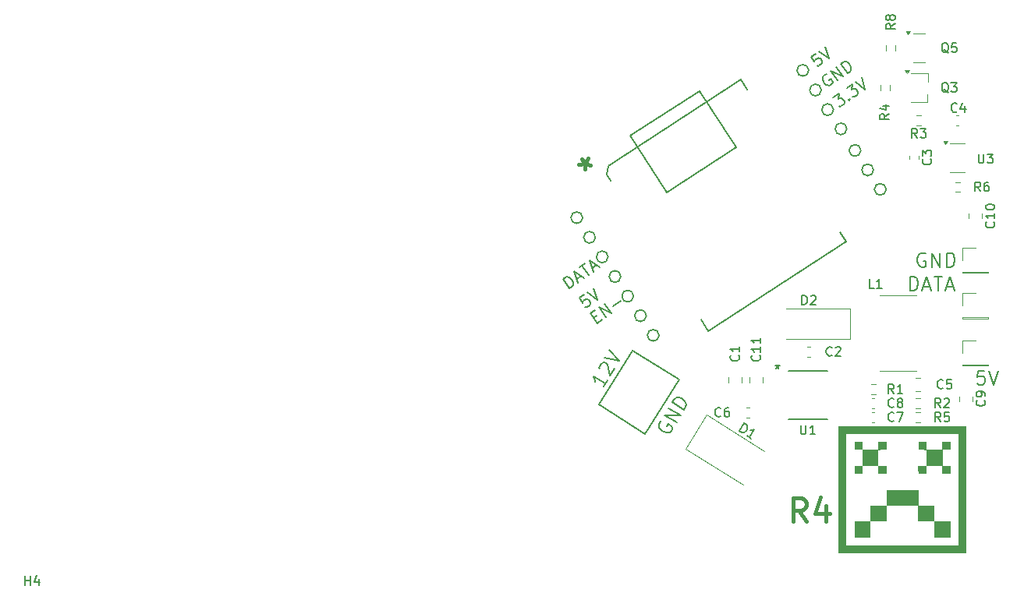
<source format=gbr>
%TF.GenerationSoftware,KiCad,Pcbnew,9.0.3*%
%TF.CreationDate,2025-08-06T11:21:27-04:00*%
%TF.ProjectId,rv_light,72765f6c-6967-4687-942e-6b696361645f,rev?*%
%TF.SameCoordinates,Original*%
%TF.FileFunction,Legend,Top*%
%TF.FilePolarity,Positive*%
%FSLAX46Y46*%
G04 Gerber Fmt 4.6, Leading zero omitted, Abs format (unit mm)*
G04 Created by KiCad (PCBNEW 9.0.3) date 2025-08-06 11:21:27*
%MOMM*%
%LPD*%
G01*
G04 APERTURE LIST*
%ADD10C,0.381000*%
%ADD11C,0.203200*%
%ADD12C,0.150000*%
%ADD13C,0.120000*%
%ADD14C,0.127000*%
%ADD15C,0.152400*%
%ADD16C,0.000000*%
G04 APERTURE END LIST*
D10*
X37041666Y2654759D02*
X36194999Y3864283D01*
X35590237Y2654759D02*
X35590237Y5194759D01*
X35590237Y5194759D02*
X36557856Y5194759D01*
X36557856Y5194759D02*
X36799761Y5073807D01*
X36799761Y5073807D02*
X36920714Y4952854D01*
X36920714Y4952854D02*
X37041666Y4710950D01*
X37041666Y4710950D02*
X37041666Y4348092D01*
X37041666Y4348092D02*
X36920714Y4106188D01*
X36920714Y4106188D02*
X36799761Y3985235D01*
X36799761Y3985235D02*
X36557856Y3864283D01*
X36557856Y3864283D02*
X35590237Y3864283D01*
X39218809Y4348092D02*
X39218809Y2654759D01*
X38614047Y5315712D02*
X38009285Y3501426D01*
X38009285Y3501426D02*
X39581666Y3501426D01*
D11*
X38097883Y53488699D02*
X37602491Y53141822D01*
X37602491Y53141822D02*
X37899829Y52611742D01*
X37899829Y52611742D02*
X37914681Y52695969D01*
X37914681Y52695969D02*
X37979071Y52814884D01*
X37979071Y52814884D02*
X38226767Y52988322D01*
X38226767Y52988322D02*
X38360533Y53008159D01*
X38360533Y53008159D02*
X38444760Y52993307D01*
X38444760Y52993307D02*
X38563675Y52928916D01*
X38563675Y52928916D02*
X38737113Y52681220D01*
X38737113Y52681220D02*
X38756950Y52547454D01*
X38756950Y52547454D02*
X38742098Y52463227D01*
X38742098Y52463227D02*
X38677708Y52344313D01*
X38677708Y52344313D02*
X38430012Y52170874D01*
X38430012Y52170874D02*
X38296245Y52151038D01*
X38296245Y52151038D02*
X38212019Y52165889D01*
X38444658Y53731513D02*
X39519874Y52934004D01*
X39519874Y52934004D02*
X39138206Y54217141D01*
X39941813Y48703646D02*
X40585822Y49154587D01*
X40585822Y49154587D02*
X40516550Y48515459D01*
X40516550Y48515459D02*
X40665167Y48619522D01*
X40665167Y48619522D02*
X40798933Y48639359D01*
X40798933Y48639359D02*
X40883160Y48624507D01*
X40883160Y48624507D02*
X41002075Y48560116D01*
X41002075Y48560116D02*
X41175513Y48312420D01*
X41175513Y48312420D02*
X41195350Y48178654D01*
X41195350Y48178654D02*
X41180498Y48094427D01*
X41180498Y48094427D02*
X41116108Y47975513D01*
X41116108Y47975513D02*
X40818872Y47767386D01*
X40818872Y47767386D02*
X40685106Y47747550D01*
X40685106Y47747550D02*
X40600879Y47762402D01*
X41690742Y48525532D02*
X41774969Y48510680D01*
X41774969Y48510680D02*
X41760117Y48426453D01*
X41760117Y48426453D02*
X41675890Y48441305D01*
X41675890Y48441305D02*
X41690742Y48525532D01*
X41690742Y48525532D02*
X41760117Y48426453D01*
X41427989Y49744278D02*
X42071998Y50195218D01*
X42071998Y50195218D02*
X42002726Y49556091D01*
X42002726Y49556091D02*
X42151343Y49660154D01*
X42151343Y49660154D02*
X42285109Y49679990D01*
X42285109Y49679990D02*
X42369336Y49665139D01*
X42369336Y49665139D02*
X42488251Y49600748D01*
X42488251Y49600748D02*
X42661690Y49353052D01*
X42661690Y49353052D02*
X42681526Y49219286D01*
X42681526Y49219286D02*
X42666674Y49135059D01*
X42666674Y49135059D02*
X42602284Y49016145D01*
X42602284Y49016145D02*
X42305048Y48808018D01*
X42305048Y48808018D02*
X42171282Y48788182D01*
X42171282Y48788182D02*
X42087055Y48803033D01*
X42369234Y50403345D02*
X43444450Y49605836D01*
X43444450Y49605836D02*
X43062782Y50888973D01*
X15486157Y18024207D02*
X15037632Y17277737D01*
X15261895Y17650972D02*
X13955572Y18435890D01*
X13955572Y18435890D02*
X14067435Y18199347D01*
X14067435Y18199347D02*
X14117093Y18000181D01*
X14117093Y18000181D02*
X14104544Y17838393D01*
X14603262Y19232018D02*
X14578433Y19331601D01*
X14578433Y19331601D02*
X14590982Y19493390D01*
X14590982Y19493390D02*
X14777867Y19804419D01*
X14777867Y19804419D02*
X14914827Y19891454D01*
X14914827Y19891454D02*
X15014410Y19916283D01*
X15014410Y19916283D02*
X15176198Y19903734D01*
X15176198Y19903734D02*
X15300610Y19828980D01*
X15300610Y19828980D02*
X15449851Y19654643D01*
X15449851Y19654643D02*
X15747796Y18459648D01*
X15747796Y18459648D02*
X16233698Y19268325D01*
X15151638Y20426478D02*
X16719600Y20077001D01*
X16719600Y20077001D02*
X15674916Y21297360D01*
X11356133Y27971499D02*
X10627691Y29011822D01*
X10627691Y29011822D02*
X10875387Y29185260D01*
X10875387Y29185260D02*
X11058692Y29239784D01*
X11058692Y29239784D02*
X11227146Y29210081D01*
X11227146Y29210081D02*
X11346061Y29145691D01*
X11346061Y29145691D02*
X11534351Y28982222D01*
X11534351Y28982222D02*
X11638414Y28833604D01*
X11638414Y28833604D02*
X11727626Y28600760D01*
X11727626Y28600760D02*
X11747462Y28466994D01*
X11747462Y28466994D02*
X11717759Y28298540D01*
X11717759Y28298540D02*
X11603829Y28144937D01*
X11603829Y28144937D02*
X11356133Y27971499D01*
X12138791Y28962488D02*
X12634183Y29309365D01*
X12247839Y28595878D02*
X11866171Y29879015D01*
X11866171Y29879015D02*
X12941387Y29081506D01*
X12411102Y30260579D02*
X13005572Y30676832D01*
X13436779Y29428383D02*
X12708337Y30468706D01*
X13823123Y30141870D02*
X14318515Y30488748D01*
X13932171Y29775260D02*
X13550503Y31058397D01*
X13550503Y31058397D02*
X14625720Y30260888D01*
X21354040Y13564748D02*
X21217080Y13477713D01*
X21217080Y13477713D02*
X21104949Y13291096D01*
X21104949Y13291096D02*
X21055023Y13067101D01*
X21055023Y13067101D02*
X21104681Y12867935D01*
X21104681Y12867935D02*
X21191716Y12730975D01*
X21191716Y12730975D02*
X21403162Y12519261D01*
X21403162Y12519261D02*
X21589780Y12407130D01*
X21589780Y12407130D02*
X21875980Y12319828D01*
X21875980Y12319828D02*
X22037769Y12307280D01*
X22037769Y12307280D02*
X22236935Y12356937D01*
X22236935Y12356937D02*
X22411272Y12506178D01*
X22411272Y12506178D02*
X22486026Y12630590D01*
X22486026Y12630590D02*
X22535951Y12854584D01*
X22535951Y12854584D02*
X22511122Y12954167D01*
X22511122Y12954167D02*
X22075681Y13215806D01*
X22075681Y13215806D02*
X21926173Y12966983D01*
X22971927Y13439266D02*
X21665604Y14224184D01*
X21665604Y14224184D02*
X23420452Y14185736D01*
X23420452Y14185736D02*
X22114129Y14970654D01*
X23794222Y14807794D02*
X22487899Y15592712D01*
X22487899Y15592712D02*
X22674784Y15903741D01*
X22674784Y15903741D02*
X22849121Y16052982D01*
X22849121Y16052982D02*
X23048287Y16102640D01*
X23048287Y16102640D02*
X23210076Y16090091D01*
X23210076Y16090091D02*
X23496276Y16002789D01*
X23496276Y16002789D02*
X23682894Y15890658D01*
X23682894Y15890658D02*
X23894340Y15678944D01*
X23894340Y15678944D02*
X23981375Y15541984D01*
X23981375Y15541984D02*
X24031033Y15342818D01*
X24031033Y15342818D02*
X23981107Y15118823D01*
X23981107Y15118823D02*
X23794222Y14807794D01*
X49982887Y31756964D02*
X49837745Y31829535D01*
X49837745Y31829535D02*
X49620030Y31829535D01*
X49620030Y31829535D02*
X49402316Y31756964D01*
X49402316Y31756964D02*
X49257173Y31611821D01*
X49257173Y31611821D02*
X49184602Y31466678D01*
X49184602Y31466678D02*
X49112030Y31176392D01*
X49112030Y31176392D02*
X49112030Y30958678D01*
X49112030Y30958678D02*
X49184602Y30668392D01*
X49184602Y30668392D02*
X49257173Y30523249D01*
X49257173Y30523249D02*
X49402316Y30378107D01*
X49402316Y30378107D02*
X49620030Y30305535D01*
X49620030Y30305535D02*
X49765173Y30305535D01*
X49765173Y30305535D02*
X49982887Y30378107D01*
X49982887Y30378107D02*
X50055459Y30450678D01*
X50055459Y30450678D02*
X50055459Y30958678D01*
X50055459Y30958678D02*
X49765173Y30958678D01*
X50708602Y30305535D02*
X50708602Y31829535D01*
X50708602Y31829535D02*
X51579459Y30305535D01*
X51579459Y30305535D02*
X51579459Y31829535D01*
X52305173Y30305535D02*
X52305173Y31829535D01*
X52305173Y31829535D02*
X52668030Y31829535D01*
X52668030Y31829535D02*
X52885744Y31756964D01*
X52885744Y31756964D02*
X53030887Y31611821D01*
X53030887Y31611821D02*
X53103458Y31466678D01*
X53103458Y31466678D02*
X53176030Y31176392D01*
X53176030Y31176392D02*
X53176030Y30958678D01*
X53176030Y30958678D02*
X53103458Y30668392D01*
X53103458Y30668392D02*
X53030887Y30523249D01*
X53030887Y30523249D02*
X52885744Y30378107D01*
X52885744Y30378107D02*
X52668030Y30305535D01*
X52668030Y30305535D02*
X52305173Y30305535D01*
X48331458Y27753535D02*
X48331458Y29277535D01*
X48331458Y29277535D02*
X48694315Y29277535D01*
X48694315Y29277535D02*
X48912029Y29204964D01*
X48912029Y29204964D02*
X49057172Y29059821D01*
X49057172Y29059821D02*
X49129743Y28914678D01*
X49129743Y28914678D02*
X49202315Y28624392D01*
X49202315Y28624392D02*
X49202315Y28406678D01*
X49202315Y28406678D02*
X49129743Y28116392D01*
X49129743Y28116392D02*
X49057172Y27971249D01*
X49057172Y27971249D02*
X48912029Y27826107D01*
X48912029Y27826107D02*
X48694315Y27753535D01*
X48694315Y27753535D02*
X48331458Y27753535D01*
X49782886Y28188964D02*
X50508601Y28188964D01*
X49637743Y27753535D02*
X50145743Y29277535D01*
X50145743Y29277535D02*
X50653743Y27753535D01*
X50944029Y29277535D02*
X51814887Y29277535D01*
X51379458Y27753535D02*
X51379458Y29277535D01*
X52250315Y28188964D02*
X52976030Y28188964D01*
X52105172Y27753535D02*
X52613172Y29277535D01*
X52613172Y29277535D02*
X53121172Y27753535D01*
X56397172Y19029535D02*
X55671458Y19029535D01*
X55671458Y19029535D02*
X55598886Y18303821D01*
X55598886Y18303821D02*
X55671458Y18376392D01*
X55671458Y18376392D02*
X55816601Y18448964D01*
X55816601Y18448964D02*
X56179458Y18448964D01*
X56179458Y18448964D02*
X56324601Y18376392D01*
X56324601Y18376392D02*
X56397172Y18303821D01*
X56397172Y18303821D02*
X56469743Y18158678D01*
X56469743Y18158678D02*
X56469743Y17795821D01*
X56469743Y17795821D02*
X56397172Y17650678D01*
X56397172Y17650678D02*
X56324601Y17578107D01*
X56324601Y17578107D02*
X56179458Y17505535D01*
X56179458Y17505535D02*
X55816601Y17505535D01*
X55816601Y17505535D02*
X55671458Y17578107D01*
X55671458Y17578107D02*
X55598886Y17650678D01*
X56905172Y19029535D02*
X57413172Y17505535D01*
X57413172Y17505535D02*
X57921172Y19029535D01*
X39248910Y51238648D02*
X39115144Y51218811D01*
X39115144Y51218811D02*
X38966526Y51114748D01*
X38966526Y51114748D02*
X38852596Y50961146D01*
X38852596Y50961146D02*
X38822893Y50792692D01*
X38822893Y50792692D02*
X38842730Y50658926D01*
X38842730Y50658926D02*
X38931941Y50426081D01*
X38931941Y50426081D02*
X39036005Y50277464D01*
X39036005Y50277464D02*
X39224295Y50113995D01*
X39224295Y50113995D02*
X39343209Y50049604D01*
X39343209Y50049604D02*
X39511663Y50019901D01*
X39511663Y50019901D02*
X39694968Y50074425D01*
X39694968Y50074425D02*
X39794047Y50143801D01*
X39794047Y50143801D02*
X39907977Y50297403D01*
X39907977Y50297403D02*
X39922828Y50381630D01*
X39922828Y50381630D02*
X39680014Y50728404D01*
X39680014Y50728404D02*
X39481857Y50589653D01*
X40438056Y50594741D02*
X39709614Y51635064D01*
X39709614Y51635064D02*
X41032527Y51010993D01*
X41032527Y51010993D02*
X40304085Y52051317D01*
X41527918Y51357871D02*
X40799476Y52398194D01*
X40799476Y52398194D02*
X41047172Y52571632D01*
X41047172Y52571632D02*
X41230478Y52626156D01*
X41230478Y52626156D02*
X41398931Y52596453D01*
X41398931Y52596453D02*
X41517846Y52532063D01*
X41517846Y52532063D02*
X41706136Y52368593D01*
X41706136Y52368593D02*
X41810199Y52219976D01*
X41810199Y52219976D02*
X41899411Y51987131D01*
X41899411Y51987131D02*
X41919247Y51853365D01*
X41919247Y51853365D02*
X41889544Y51684911D01*
X41889544Y51684911D02*
X41775614Y51531309D01*
X41775614Y51531309D02*
X41527918Y51357871D01*
X12949708Y27275130D02*
X12454316Y26928253D01*
X12454316Y26928253D02*
X12751654Y26398173D01*
X12751654Y26398173D02*
X12766506Y26482400D01*
X12766506Y26482400D02*
X12830896Y26601315D01*
X12830896Y26601315D02*
X13078592Y26774753D01*
X13078592Y26774753D02*
X13212358Y26794590D01*
X13212358Y26794590D02*
X13296585Y26779738D01*
X13296585Y26779738D02*
X13415500Y26715347D01*
X13415500Y26715347D02*
X13588938Y26467651D01*
X13588938Y26467651D02*
X13608775Y26333885D01*
X13608775Y26333885D02*
X13593923Y26249658D01*
X13593923Y26249658D02*
X13529533Y26130744D01*
X13529533Y26130744D02*
X13281837Y25957305D01*
X13281837Y25957305D02*
X13148070Y25937469D01*
X13148070Y25937469D02*
X13063844Y25952320D01*
X13296483Y27517944D02*
X14371699Y26720435D01*
X14371699Y26720435D02*
X13990031Y28003572D01*
X13973944Y24757999D02*
X14320719Y25000813D01*
X14850901Y24559945D02*
X14355509Y24213068D01*
X14355509Y24213068D02*
X13627067Y25253391D01*
X13627067Y25253391D02*
X14122459Y25600268D01*
X15296754Y24872135D02*
X14568312Y25912458D01*
X14568312Y25912458D02*
X15891225Y25288387D01*
X15891225Y25288387D02*
X15162782Y26328710D01*
X16109115Y26031578D02*
X16901742Y26586581D01*
D12*
X55753095Y42582180D02*
X55753095Y41772657D01*
X55753095Y41772657D02*
X55800714Y41677419D01*
X55800714Y41677419D02*
X55848333Y41629800D01*
X55848333Y41629800D02*
X55943571Y41582180D01*
X55943571Y41582180D02*
X56134047Y41582180D01*
X56134047Y41582180D02*
X56229285Y41629800D01*
X56229285Y41629800D02*
X56276904Y41677419D01*
X56276904Y41677419D02*
X56324523Y41772657D01*
X56324523Y41772657D02*
X56324523Y42582180D01*
X56705476Y42582180D02*
X57324523Y42582180D01*
X57324523Y42582180D02*
X56991190Y42201228D01*
X56991190Y42201228D02*
X57134047Y42201228D01*
X57134047Y42201228D02*
X57229285Y42153609D01*
X57229285Y42153609D02*
X57276904Y42105990D01*
X57276904Y42105990D02*
X57324523Y42010752D01*
X57324523Y42010752D02*
X57324523Y41772657D01*
X57324523Y41772657D02*
X57276904Y41677419D01*
X57276904Y41677419D02*
X57229285Y41629800D01*
X57229285Y41629800D02*
X57134047Y41582180D01*
X57134047Y41582180D02*
X56848333Y41582180D01*
X56848333Y41582180D02*
X56753095Y41629800D01*
X56753095Y41629800D02*
X56705476Y41677419D01*
X52482761Y53551942D02*
X52387523Y53599561D01*
X52387523Y53599561D02*
X52292285Y53694800D01*
X52292285Y53694800D02*
X52149428Y53837657D01*
X52149428Y53837657D02*
X52054190Y53885276D01*
X52054190Y53885276D02*
X51958952Y53885276D01*
X52006571Y53647180D02*
X51911333Y53694800D01*
X51911333Y53694800D02*
X51816095Y53790038D01*
X51816095Y53790038D02*
X51768476Y53980514D01*
X51768476Y53980514D02*
X51768476Y54313847D01*
X51768476Y54313847D02*
X51816095Y54504323D01*
X51816095Y54504323D02*
X51911333Y54599561D01*
X51911333Y54599561D02*
X52006571Y54647180D01*
X52006571Y54647180D02*
X52197047Y54647180D01*
X52197047Y54647180D02*
X52292285Y54599561D01*
X52292285Y54599561D02*
X52387523Y54504323D01*
X52387523Y54504323D02*
X52435142Y54313847D01*
X52435142Y54313847D02*
X52435142Y53980514D01*
X52435142Y53980514D02*
X52387523Y53790038D01*
X52387523Y53790038D02*
X52292285Y53694800D01*
X52292285Y53694800D02*
X52197047Y53647180D01*
X52197047Y53647180D02*
X52006571Y53647180D01*
X53339904Y54647180D02*
X52863714Y54647180D01*
X52863714Y54647180D02*
X52816095Y54170990D01*
X52816095Y54170990D02*
X52863714Y54218609D01*
X52863714Y54218609D02*
X52958952Y54266228D01*
X52958952Y54266228D02*
X53197047Y54266228D01*
X53197047Y54266228D02*
X53292285Y54218609D01*
X53292285Y54218609D02*
X53339904Y54170990D01*
X53339904Y54170990D02*
X53387523Y54075752D01*
X53387523Y54075752D02*
X53387523Y53837657D01*
X53387523Y53837657D02*
X53339904Y53742419D01*
X53339904Y53742419D02*
X53292285Y53694800D01*
X53292285Y53694800D02*
X53197047Y53647180D01*
X53197047Y53647180D02*
X52958952Y53647180D01*
X52958952Y53647180D02*
X52863714Y53694800D01*
X52863714Y53694800D02*
X52816095Y53742419D01*
X53394333Y47204419D02*
X53346714Y47156800D01*
X53346714Y47156800D02*
X53203857Y47109180D01*
X53203857Y47109180D02*
X53108619Y47109180D01*
X53108619Y47109180D02*
X52965762Y47156800D01*
X52965762Y47156800D02*
X52870524Y47252038D01*
X52870524Y47252038D02*
X52822905Y47347276D01*
X52822905Y47347276D02*
X52775286Y47537752D01*
X52775286Y47537752D02*
X52775286Y47680609D01*
X52775286Y47680609D02*
X52822905Y47871085D01*
X52822905Y47871085D02*
X52870524Y47966323D01*
X52870524Y47966323D02*
X52965762Y48061561D01*
X52965762Y48061561D02*
X53108619Y48109180D01*
X53108619Y48109180D02*
X53203857Y48109180D01*
X53203857Y48109180D02*
X53346714Y48061561D01*
X53346714Y48061561D02*
X53394333Y48013942D01*
X54251476Y47775847D02*
X54251476Y47109180D01*
X54013381Y48156800D02*
X53775286Y47442514D01*
X53775286Y47442514D02*
X54394333Y47442514D01*
X31982580Y20693142D02*
X32030200Y20645523D01*
X32030200Y20645523D02*
X32077819Y20502666D01*
X32077819Y20502666D02*
X32077819Y20407428D01*
X32077819Y20407428D02*
X32030200Y20264571D01*
X32030200Y20264571D02*
X31934961Y20169333D01*
X31934961Y20169333D02*
X31839723Y20121714D01*
X31839723Y20121714D02*
X31649247Y20074095D01*
X31649247Y20074095D02*
X31506390Y20074095D01*
X31506390Y20074095D02*
X31315914Y20121714D01*
X31315914Y20121714D02*
X31220676Y20169333D01*
X31220676Y20169333D02*
X31125438Y20264571D01*
X31125438Y20264571D02*
X31077819Y20407428D01*
X31077819Y20407428D02*
X31077819Y20502666D01*
X31077819Y20502666D02*
X31125438Y20645523D01*
X31125438Y20645523D02*
X31173057Y20693142D01*
X32077819Y21645523D02*
X32077819Y21074095D01*
X32077819Y21359809D02*
X31077819Y21359809D01*
X31077819Y21359809D02*
X31220676Y21264571D01*
X31220676Y21264571D02*
X31315914Y21169333D01*
X31315914Y21169333D02*
X31363533Y21074095D01*
X32077819Y22597904D02*
X32077819Y22026476D01*
X32077819Y22312190D02*
X31077819Y22312190D01*
X31077819Y22312190D02*
X31220676Y22216952D01*
X31220676Y22216952D02*
X31315914Y22121714D01*
X31315914Y22121714D02*
X31363533Y22026476D01*
X46682819Y56729333D02*
X46206628Y56396000D01*
X46682819Y56157905D02*
X45682819Y56157905D01*
X45682819Y56157905D02*
X45682819Y56538857D01*
X45682819Y56538857D02*
X45730438Y56634095D01*
X45730438Y56634095D02*
X45778057Y56681714D01*
X45778057Y56681714D02*
X45873295Y56729333D01*
X45873295Y56729333D02*
X46016152Y56729333D01*
X46016152Y56729333D02*
X46111390Y56681714D01*
X46111390Y56681714D02*
X46159009Y56634095D01*
X46159009Y56634095D02*
X46206628Y56538857D01*
X46206628Y56538857D02*
X46206628Y56157905D01*
X46111390Y57300762D02*
X46063771Y57205524D01*
X46063771Y57205524D02*
X46016152Y57157905D01*
X46016152Y57157905D02*
X45920914Y57110286D01*
X45920914Y57110286D02*
X45873295Y57110286D01*
X45873295Y57110286D02*
X45778057Y57157905D01*
X45778057Y57157905D02*
X45730438Y57205524D01*
X45730438Y57205524D02*
X45682819Y57300762D01*
X45682819Y57300762D02*
X45682819Y57491238D01*
X45682819Y57491238D02*
X45730438Y57586476D01*
X45730438Y57586476D02*
X45778057Y57634095D01*
X45778057Y57634095D02*
X45873295Y57681714D01*
X45873295Y57681714D02*
X45920914Y57681714D01*
X45920914Y57681714D02*
X46016152Y57634095D01*
X46016152Y57634095D02*
X46063771Y57586476D01*
X46063771Y57586476D02*
X46111390Y57491238D01*
X46111390Y57491238D02*
X46111390Y57300762D01*
X46111390Y57300762D02*
X46159009Y57205524D01*
X46159009Y57205524D02*
X46206628Y57157905D01*
X46206628Y57157905D02*
X46301866Y57110286D01*
X46301866Y57110286D02*
X46492342Y57110286D01*
X46492342Y57110286D02*
X46587580Y57157905D01*
X46587580Y57157905D02*
X46635200Y57205524D01*
X46635200Y57205524D02*
X46682819Y57300762D01*
X46682819Y57300762D02*
X46682819Y57491238D01*
X46682819Y57491238D02*
X46635200Y57586476D01*
X46635200Y57586476D02*
X46587580Y57634095D01*
X46587580Y57634095D02*
X46492342Y57681714D01*
X46492342Y57681714D02*
X46301866Y57681714D01*
X46301866Y57681714D02*
X46206628Y57634095D01*
X46206628Y57634095D02*
X46159009Y57586476D01*
X46159009Y57586476D02*
X46111390Y57491238D01*
X27773333Y14118419D02*
X27725714Y14070800D01*
X27725714Y14070800D02*
X27582857Y14023180D01*
X27582857Y14023180D02*
X27487619Y14023180D01*
X27487619Y14023180D02*
X27344762Y14070800D01*
X27344762Y14070800D02*
X27249524Y14166038D01*
X27249524Y14166038D02*
X27201905Y14261276D01*
X27201905Y14261276D02*
X27154286Y14451752D01*
X27154286Y14451752D02*
X27154286Y14594609D01*
X27154286Y14594609D02*
X27201905Y14785085D01*
X27201905Y14785085D02*
X27249524Y14880323D01*
X27249524Y14880323D02*
X27344762Y14975561D01*
X27344762Y14975561D02*
X27487619Y15023180D01*
X27487619Y15023180D02*
X27582857Y15023180D01*
X27582857Y15023180D02*
X27725714Y14975561D01*
X27725714Y14975561D02*
X27773333Y14927942D01*
X28630476Y15023180D02*
X28440000Y15023180D01*
X28440000Y15023180D02*
X28344762Y14975561D01*
X28344762Y14975561D02*
X28297143Y14927942D01*
X28297143Y14927942D02*
X28201905Y14785085D01*
X28201905Y14785085D02*
X28154286Y14594609D01*
X28154286Y14594609D02*
X28154286Y14213657D01*
X28154286Y14213657D02*
X28201905Y14118419D01*
X28201905Y14118419D02*
X28249524Y14070800D01*
X28249524Y14070800D02*
X28344762Y14023180D01*
X28344762Y14023180D02*
X28535238Y14023180D01*
X28535238Y14023180D02*
X28630476Y14070800D01*
X28630476Y14070800D02*
X28678095Y14118419D01*
X28678095Y14118419D02*
X28725714Y14213657D01*
X28725714Y14213657D02*
X28725714Y14451752D01*
X28725714Y14451752D02*
X28678095Y14546990D01*
X28678095Y14546990D02*
X28630476Y14594609D01*
X28630476Y14594609D02*
X28535238Y14642228D01*
X28535238Y14642228D02*
X28344762Y14642228D01*
X28344762Y14642228D02*
X28249524Y14594609D01*
X28249524Y14594609D02*
X28201905Y14546990D01*
X28201905Y14546990D02*
X28154286Y14451752D01*
X51903333Y17166419D02*
X51855714Y17118800D01*
X51855714Y17118800D02*
X51712857Y17071180D01*
X51712857Y17071180D02*
X51617619Y17071180D01*
X51617619Y17071180D02*
X51474762Y17118800D01*
X51474762Y17118800D02*
X51379524Y17214038D01*
X51379524Y17214038D02*
X51331905Y17309276D01*
X51331905Y17309276D02*
X51284286Y17499752D01*
X51284286Y17499752D02*
X51284286Y17642609D01*
X51284286Y17642609D02*
X51331905Y17833085D01*
X51331905Y17833085D02*
X51379524Y17928323D01*
X51379524Y17928323D02*
X51474762Y18023561D01*
X51474762Y18023561D02*
X51617619Y18071180D01*
X51617619Y18071180D02*
X51712857Y18071180D01*
X51712857Y18071180D02*
X51855714Y18023561D01*
X51855714Y18023561D02*
X51903333Y17975942D01*
X52808095Y18071180D02*
X52331905Y18071180D01*
X52331905Y18071180D02*
X52284286Y17594990D01*
X52284286Y17594990D02*
X52331905Y17642609D01*
X52331905Y17642609D02*
X52427143Y17690228D01*
X52427143Y17690228D02*
X52665238Y17690228D01*
X52665238Y17690228D02*
X52760476Y17642609D01*
X52760476Y17642609D02*
X52808095Y17594990D01*
X52808095Y17594990D02*
X52855714Y17499752D01*
X52855714Y17499752D02*
X52855714Y17261657D01*
X52855714Y17261657D02*
X52808095Y17166419D01*
X52808095Y17166419D02*
X52760476Y17118800D01*
X52760476Y17118800D02*
X52665238Y17071180D01*
X52665238Y17071180D02*
X52427143Y17071180D01*
X52427143Y17071180D02*
X52331905Y17118800D01*
X52331905Y17118800D02*
X52284286Y17166419D01*
X46569333Y13610419D02*
X46521714Y13562800D01*
X46521714Y13562800D02*
X46378857Y13515180D01*
X46378857Y13515180D02*
X46283619Y13515180D01*
X46283619Y13515180D02*
X46140762Y13562800D01*
X46140762Y13562800D02*
X46045524Y13658038D01*
X46045524Y13658038D02*
X45997905Y13753276D01*
X45997905Y13753276D02*
X45950286Y13943752D01*
X45950286Y13943752D02*
X45950286Y14086609D01*
X45950286Y14086609D02*
X45997905Y14277085D01*
X45997905Y14277085D02*
X46045524Y14372323D01*
X46045524Y14372323D02*
X46140762Y14467561D01*
X46140762Y14467561D02*
X46283619Y14515180D01*
X46283619Y14515180D02*
X46378857Y14515180D01*
X46378857Y14515180D02*
X46521714Y14467561D01*
X46521714Y14467561D02*
X46569333Y14419942D01*
X46902667Y14515180D02*
X47569333Y14515180D01*
X47569333Y14515180D02*
X47140762Y13515180D01*
X55967333Y38534180D02*
X55634000Y39010371D01*
X55395905Y38534180D02*
X55395905Y39534180D01*
X55395905Y39534180D02*
X55776857Y39534180D01*
X55776857Y39534180D02*
X55872095Y39486561D01*
X55872095Y39486561D02*
X55919714Y39438942D01*
X55919714Y39438942D02*
X55967333Y39343704D01*
X55967333Y39343704D02*
X55967333Y39200847D01*
X55967333Y39200847D02*
X55919714Y39105609D01*
X55919714Y39105609D02*
X55872095Y39057990D01*
X55872095Y39057990D02*
X55776857Y39010371D01*
X55776857Y39010371D02*
X55395905Y39010371D01*
X56824476Y39534180D02*
X56634000Y39534180D01*
X56634000Y39534180D02*
X56538762Y39486561D01*
X56538762Y39486561D02*
X56491143Y39438942D01*
X56491143Y39438942D02*
X56395905Y39296085D01*
X56395905Y39296085D02*
X56348286Y39105609D01*
X56348286Y39105609D02*
X56348286Y38724657D01*
X56348286Y38724657D02*
X56395905Y38629419D01*
X56395905Y38629419D02*
X56443524Y38581800D01*
X56443524Y38581800D02*
X56538762Y38534180D01*
X56538762Y38534180D02*
X56729238Y38534180D01*
X56729238Y38534180D02*
X56824476Y38581800D01*
X56824476Y38581800D02*
X56872095Y38629419D01*
X56872095Y38629419D02*
X56919714Y38724657D01*
X56919714Y38724657D02*
X56919714Y38962752D01*
X56919714Y38962752D02*
X56872095Y39057990D01*
X56872095Y39057990D02*
X56824476Y39105609D01*
X56824476Y39105609D02*
X56729238Y39153228D01*
X56729238Y39153228D02*
X56538762Y39153228D01*
X56538762Y39153228D02*
X56443524Y39105609D01*
X56443524Y39105609D02*
X56395905Y39057990D01*
X56395905Y39057990D02*
X56348286Y38962752D01*
X51649333Y15039180D02*
X51316000Y15515371D01*
X51077905Y15039180D02*
X51077905Y16039180D01*
X51077905Y16039180D02*
X51458857Y16039180D01*
X51458857Y16039180D02*
X51554095Y15991561D01*
X51554095Y15991561D02*
X51601714Y15943942D01*
X51601714Y15943942D02*
X51649333Y15848704D01*
X51649333Y15848704D02*
X51649333Y15705847D01*
X51649333Y15705847D02*
X51601714Y15610609D01*
X51601714Y15610609D02*
X51554095Y15562990D01*
X51554095Y15562990D02*
X51458857Y15515371D01*
X51458857Y15515371D02*
X51077905Y15515371D01*
X52030286Y15943942D02*
X52077905Y15991561D01*
X52077905Y15991561D02*
X52173143Y16039180D01*
X52173143Y16039180D02*
X52411238Y16039180D01*
X52411238Y16039180D02*
X52506476Y15991561D01*
X52506476Y15991561D02*
X52554095Y15943942D01*
X52554095Y15943942D02*
X52601714Y15848704D01*
X52601714Y15848704D02*
X52601714Y15753466D01*
X52601714Y15753466D02*
X52554095Y15610609D01*
X52554095Y15610609D02*
X51982667Y15039180D01*
X51982667Y15039180D02*
X52601714Y15039180D01*
X36449095Y13118180D02*
X36449095Y12308657D01*
X36449095Y12308657D02*
X36496714Y12213419D01*
X36496714Y12213419D02*
X36544333Y12165800D01*
X36544333Y12165800D02*
X36639571Y12118180D01*
X36639571Y12118180D02*
X36830047Y12118180D01*
X36830047Y12118180D02*
X36925285Y12165800D01*
X36925285Y12165800D02*
X36972904Y12213419D01*
X36972904Y12213419D02*
X37020523Y12308657D01*
X37020523Y12308657D02*
X37020523Y13118180D01*
X38020523Y12118180D02*
X37449095Y12118180D01*
X37734809Y12118180D02*
X37734809Y13118180D01*
X37734809Y13118180D02*
X37639571Y12975323D01*
X37639571Y12975323D02*
X37544333Y12880085D01*
X37544333Y12880085D02*
X37449095Y12832466D01*
X33909000Y19722180D02*
X33909000Y19484085D01*
X33670905Y19579323D02*
X33909000Y19484085D01*
X33909000Y19484085D02*
X34147095Y19579323D01*
X33766143Y19293609D02*
X33909000Y19484085D01*
X33909000Y19484085D02*
X34051857Y19293609D01*
X-47755802Y-4256046D02*
X-47755802Y-3256046D01*
X-47755802Y-3732236D02*
X-47184374Y-3732236D01*
X-47184374Y-4256046D02*
X-47184374Y-3256046D01*
X-46279612Y-3589379D02*
X-46279612Y-4256046D01*
X-46517707Y-3208427D02*
X-46755802Y-3922712D01*
X-46755802Y-3922712D02*
X-46136755Y-3922712D01*
X57411580Y35192642D02*
X57459200Y35145023D01*
X57459200Y35145023D02*
X57506819Y35002166D01*
X57506819Y35002166D02*
X57506819Y34906928D01*
X57506819Y34906928D02*
X57459200Y34764071D01*
X57459200Y34764071D02*
X57363961Y34668833D01*
X57363961Y34668833D02*
X57268723Y34621214D01*
X57268723Y34621214D02*
X57078247Y34573595D01*
X57078247Y34573595D02*
X56935390Y34573595D01*
X56935390Y34573595D02*
X56744914Y34621214D01*
X56744914Y34621214D02*
X56649676Y34668833D01*
X56649676Y34668833D02*
X56554438Y34764071D01*
X56554438Y34764071D02*
X56506819Y34906928D01*
X56506819Y34906928D02*
X56506819Y35002166D01*
X56506819Y35002166D02*
X56554438Y35145023D01*
X56554438Y35145023D02*
X56602057Y35192642D01*
X57506819Y36145023D02*
X57506819Y35573595D01*
X57506819Y35859309D02*
X56506819Y35859309D01*
X56506819Y35859309D02*
X56649676Y35764071D01*
X56649676Y35764071D02*
X56744914Y35668833D01*
X56744914Y35668833D02*
X56792533Y35573595D01*
X56506819Y36764071D02*
X56506819Y36859309D01*
X56506819Y36859309D02*
X56554438Y36954547D01*
X56554438Y36954547D02*
X56602057Y37002166D01*
X56602057Y37002166D02*
X56697295Y37049785D01*
X56697295Y37049785D02*
X56887771Y37097404D01*
X56887771Y37097404D02*
X57125866Y37097404D01*
X57125866Y37097404D02*
X57316342Y37049785D01*
X57316342Y37049785D02*
X57411580Y37002166D01*
X57411580Y37002166D02*
X57459200Y36954547D01*
X57459200Y36954547D02*
X57506819Y36859309D01*
X57506819Y36859309D02*
X57506819Y36764071D01*
X57506819Y36764071D02*
X57459200Y36668833D01*
X57459200Y36668833D02*
X57411580Y36621214D01*
X57411580Y36621214D02*
X57316342Y36573595D01*
X57316342Y36573595D02*
X57125866Y36525976D01*
X57125866Y36525976D02*
X56887771Y36525976D01*
X56887771Y36525976D02*
X56697295Y36573595D01*
X56697295Y36573595D02*
X56602057Y36621214D01*
X56602057Y36621214D02*
X56554438Y36668833D01*
X56554438Y36668833D02*
X56506819Y36764071D01*
X49109333Y44343180D02*
X48776000Y44819371D01*
X48537905Y44343180D02*
X48537905Y45343180D01*
X48537905Y45343180D02*
X48918857Y45343180D01*
X48918857Y45343180D02*
X49014095Y45295561D01*
X49014095Y45295561D02*
X49061714Y45247942D01*
X49061714Y45247942D02*
X49109333Y45152704D01*
X49109333Y45152704D02*
X49109333Y45009847D01*
X49109333Y45009847D02*
X49061714Y44914609D01*
X49061714Y44914609D02*
X49014095Y44866990D01*
X49014095Y44866990D02*
X48918857Y44819371D01*
X48918857Y44819371D02*
X48537905Y44819371D01*
X49442667Y45343180D02*
X50061714Y45343180D01*
X50061714Y45343180D02*
X49728381Y44962228D01*
X49728381Y44962228D02*
X49871238Y44962228D01*
X49871238Y44962228D02*
X49966476Y44914609D01*
X49966476Y44914609D02*
X50014095Y44866990D01*
X50014095Y44866990D02*
X50061714Y44771752D01*
X50061714Y44771752D02*
X50061714Y44533657D01*
X50061714Y44533657D02*
X50014095Y44438419D01*
X50014095Y44438419D02*
X49966476Y44390800D01*
X49966476Y44390800D02*
X49871238Y44343180D01*
X49871238Y44343180D02*
X49585524Y44343180D01*
X49585524Y44343180D02*
X49490286Y44390800D01*
X49490286Y44390800D02*
X49442667Y44438419D01*
X46569333Y16563180D02*
X46236000Y17039371D01*
X45997905Y16563180D02*
X45997905Y17563180D01*
X45997905Y17563180D02*
X46378857Y17563180D01*
X46378857Y17563180D02*
X46474095Y17515561D01*
X46474095Y17515561D02*
X46521714Y17467942D01*
X46521714Y17467942D02*
X46569333Y17372704D01*
X46569333Y17372704D02*
X46569333Y17229847D01*
X46569333Y17229847D02*
X46521714Y17134609D01*
X46521714Y17134609D02*
X46474095Y17086990D01*
X46474095Y17086990D02*
X46378857Y17039371D01*
X46378857Y17039371D02*
X45997905Y17039371D01*
X47521714Y16563180D02*
X46950286Y16563180D01*
X47236000Y16563180D02*
X47236000Y17563180D01*
X47236000Y17563180D02*
X47140762Y17420323D01*
X47140762Y17420323D02*
X47045524Y17325085D01*
X47045524Y17325085D02*
X46950286Y17277466D01*
X29696580Y20711733D02*
X29744200Y20664114D01*
X29744200Y20664114D02*
X29791819Y20521257D01*
X29791819Y20521257D02*
X29791819Y20426019D01*
X29791819Y20426019D02*
X29744200Y20283162D01*
X29744200Y20283162D02*
X29648961Y20187924D01*
X29648961Y20187924D02*
X29553723Y20140305D01*
X29553723Y20140305D02*
X29363247Y20092686D01*
X29363247Y20092686D02*
X29220390Y20092686D01*
X29220390Y20092686D02*
X29029914Y20140305D01*
X29029914Y20140305D02*
X28934676Y20187924D01*
X28934676Y20187924D02*
X28839438Y20283162D01*
X28839438Y20283162D02*
X28791819Y20426019D01*
X28791819Y20426019D02*
X28791819Y20521257D01*
X28791819Y20521257D02*
X28839438Y20664114D01*
X28839438Y20664114D02*
X28887057Y20711733D01*
X29791819Y21664114D02*
X29791819Y21092686D01*
X29791819Y21378400D02*
X28791819Y21378400D01*
X28791819Y21378400D02*
X28934676Y21283162D01*
X28934676Y21283162D02*
X29029914Y21187924D01*
X29029914Y21187924D02*
X29077533Y21092686D01*
X44410333Y27993180D02*
X43934143Y27993180D01*
X43934143Y27993180D02*
X43934143Y28993180D01*
X45267476Y27993180D02*
X44696048Y27993180D01*
X44981762Y27993180D02*
X44981762Y28993180D01*
X44981762Y28993180D02*
X44886524Y28850323D01*
X44886524Y28850323D02*
X44791286Y28755085D01*
X44791286Y28755085D02*
X44696048Y28707466D01*
X46047819Y46950333D02*
X45571628Y46617000D01*
X46047819Y46378905D02*
X45047819Y46378905D01*
X45047819Y46378905D02*
X45047819Y46759857D01*
X45047819Y46759857D02*
X45095438Y46855095D01*
X45095438Y46855095D02*
X45143057Y46902714D01*
X45143057Y46902714D02*
X45238295Y46950333D01*
X45238295Y46950333D02*
X45381152Y46950333D01*
X45381152Y46950333D02*
X45476390Y46902714D01*
X45476390Y46902714D02*
X45524009Y46855095D01*
X45524009Y46855095D02*
X45571628Y46759857D01*
X45571628Y46759857D02*
X45571628Y46378905D01*
X45381152Y47807476D02*
X46047819Y47807476D01*
X45000200Y47569381D02*
X45714485Y47331286D01*
X45714485Y47331286D02*
X45714485Y47950333D01*
D10*
X12693743Y42065659D02*
X13023120Y41558463D01*
X12384174Y41431964D02*
X13023120Y41558463D01*
X13023120Y41558463D02*
X13398566Y42090718D01*
X12982304Y40955080D02*
X13023120Y41558463D01*
X13023120Y41558463D02*
X13590940Y41350332D01*
D12*
X51649333Y13515180D02*
X51316000Y13991371D01*
X51077905Y13515180D02*
X51077905Y14515180D01*
X51077905Y14515180D02*
X51458857Y14515180D01*
X51458857Y14515180D02*
X51554095Y14467561D01*
X51554095Y14467561D02*
X51601714Y14419942D01*
X51601714Y14419942D02*
X51649333Y14324704D01*
X51649333Y14324704D02*
X51649333Y14181847D01*
X51649333Y14181847D02*
X51601714Y14086609D01*
X51601714Y14086609D02*
X51554095Y14038990D01*
X51554095Y14038990D02*
X51458857Y13991371D01*
X51458857Y13991371D02*
X51077905Y13991371D01*
X52554095Y14515180D02*
X52077905Y14515180D01*
X52077905Y14515180D02*
X52030286Y14038990D01*
X52030286Y14038990D02*
X52077905Y14086609D01*
X52077905Y14086609D02*
X52173143Y14134228D01*
X52173143Y14134228D02*
X52411238Y14134228D01*
X52411238Y14134228D02*
X52506476Y14086609D01*
X52506476Y14086609D02*
X52554095Y14038990D01*
X52554095Y14038990D02*
X52601714Y13943752D01*
X52601714Y13943752D02*
X52601714Y13705657D01*
X52601714Y13705657D02*
X52554095Y13610419D01*
X52554095Y13610419D02*
X52506476Y13562800D01*
X52506476Y13562800D02*
X52411238Y13515180D01*
X52411238Y13515180D02*
X52173143Y13515180D01*
X52173143Y13515180D02*
X52077905Y13562800D01*
X52077905Y13562800D02*
X52030286Y13610419D01*
X36599905Y26215180D02*
X36599905Y27215180D01*
X36599905Y27215180D02*
X36838000Y27215180D01*
X36838000Y27215180D02*
X36980857Y27167561D01*
X36980857Y27167561D02*
X37076095Y27072323D01*
X37076095Y27072323D02*
X37123714Y26977085D01*
X37123714Y26977085D02*
X37171333Y26786609D01*
X37171333Y26786609D02*
X37171333Y26643752D01*
X37171333Y26643752D02*
X37123714Y26453276D01*
X37123714Y26453276D02*
X37076095Y26358038D01*
X37076095Y26358038D02*
X36980857Y26262800D01*
X36980857Y26262800D02*
X36838000Y26215180D01*
X36838000Y26215180D02*
X36599905Y26215180D01*
X37552286Y27119942D02*
X37599905Y27167561D01*
X37599905Y27167561D02*
X37695143Y27215180D01*
X37695143Y27215180D02*
X37933238Y27215180D01*
X37933238Y27215180D02*
X38028476Y27167561D01*
X38028476Y27167561D02*
X38076095Y27119942D01*
X38076095Y27119942D02*
X38123714Y27024704D01*
X38123714Y27024704D02*
X38123714Y26929466D01*
X38123714Y26929466D02*
X38076095Y26786609D01*
X38076095Y26786609D02*
X37504667Y26215180D01*
X37504667Y26215180D02*
X38123714Y26215180D01*
X39838333Y20722419D02*
X39790714Y20674800D01*
X39790714Y20674800D02*
X39647857Y20627180D01*
X39647857Y20627180D02*
X39552619Y20627180D01*
X39552619Y20627180D02*
X39409762Y20674800D01*
X39409762Y20674800D02*
X39314524Y20770038D01*
X39314524Y20770038D02*
X39266905Y20865276D01*
X39266905Y20865276D02*
X39219286Y21055752D01*
X39219286Y21055752D02*
X39219286Y21198609D01*
X39219286Y21198609D02*
X39266905Y21389085D01*
X39266905Y21389085D02*
X39314524Y21484323D01*
X39314524Y21484323D02*
X39409762Y21579561D01*
X39409762Y21579561D02*
X39552619Y21627180D01*
X39552619Y21627180D02*
X39647857Y21627180D01*
X39647857Y21627180D02*
X39790714Y21579561D01*
X39790714Y21579561D02*
X39838333Y21531942D01*
X40219286Y21531942D02*
X40266905Y21579561D01*
X40266905Y21579561D02*
X40362143Y21627180D01*
X40362143Y21627180D02*
X40600238Y21627180D01*
X40600238Y21627180D02*
X40695476Y21579561D01*
X40695476Y21579561D02*
X40743095Y21531942D01*
X40743095Y21531942D02*
X40790714Y21436704D01*
X40790714Y21436704D02*
X40790714Y21341466D01*
X40790714Y21341466D02*
X40743095Y21198609D01*
X40743095Y21198609D02*
X40171667Y20627180D01*
X40171667Y20627180D02*
X40790714Y20627180D01*
X29805800Y12455566D02*
X30335720Y13303614D01*
X30335720Y13303614D02*
X30537636Y13177443D01*
X30537636Y13177443D02*
X30633551Y13061357D01*
X30633551Y13061357D02*
X30663849Y12930122D01*
X30663849Y12930122D02*
X30653764Y12824121D01*
X30653764Y12824121D02*
X30593210Y12637354D01*
X30593210Y12637354D02*
X30517507Y12516204D01*
X30517507Y12516204D02*
X30376187Y12379905D01*
X30376187Y12379905D02*
X30285335Y12324373D01*
X30285335Y12324373D02*
X30154100Y12294075D01*
X30154100Y12294075D02*
X30007716Y12329394D01*
X30007716Y12329394D02*
X29805800Y12455566D01*
X31098064Y11648070D02*
X30613465Y11950881D01*
X30855765Y11799475D02*
X31385684Y12647523D01*
X31385684Y12647523D02*
X31229215Y12576842D01*
X31229215Y12576842D02*
X31097980Y12546544D01*
X31097980Y12546544D02*
X30991979Y12556629D01*
X56395580Y15813833D02*
X56443200Y15766214D01*
X56443200Y15766214D02*
X56490819Y15623357D01*
X56490819Y15623357D02*
X56490819Y15528119D01*
X56490819Y15528119D02*
X56443200Y15385262D01*
X56443200Y15385262D02*
X56347961Y15290024D01*
X56347961Y15290024D02*
X56252723Y15242405D01*
X56252723Y15242405D02*
X56062247Y15194786D01*
X56062247Y15194786D02*
X55919390Y15194786D01*
X55919390Y15194786D02*
X55728914Y15242405D01*
X55728914Y15242405D02*
X55633676Y15290024D01*
X55633676Y15290024D02*
X55538438Y15385262D01*
X55538438Y15385262D02*
X55490819Y15528119D01*
X55490819Y15528119D02*
X55490819Y15623357D01*
X55490819Y15623357D02*
X55538438Y15766214D01*
X55538438Y15766214D02*
X55586057Y15813833D01*
X56490819Y16290024D02*
X56490819Y16480500D01*
X56490819Y16480500D02*
X56443200Y16575738D01*
X56443200Y16575738D02*
X56395580Y16623357D01*
X56395580Y16623357D02*
X56252723Y16718595D01*
X56252723Y16718595D02*
X56062247Y16766214D01*
X56062247Y16766214D02*
X55681295Y16766214D01*
X55681295Y16766214D02*
X55586057Y16718595D01*
X55586057Y16718595D02*
X55538438Y16670976D01*
X55538438Y16670976D02*
X55490819Y16575738D01*
X55490819Y16575738D02*
X55490819Y16385262D01*
X55490819Y16385262D02*
X55538438Y16290024D01*
X55538438Y16290024D02*
X55586057Y16242405D01*
X55586057Y16242405D02*
X55681295Y16194786D01*
X55681295Y16194786D02*
X55919390Y16194786D01*
X55919390Y16194786D02*
X56014628Y16242405D01*
X56014628Y16242405D02*
X56062247Y16290024D01*
X56062247Y16290024D02*
X56109866Y16385262D01*
X56109866Y16385262D02*
X56109866Y16575738D01*
X56109866Y16575738D02*
X56062247Y16670976D01*
X56062247Y16670976D02*
X56014628Y16718595D01*
X56014628Y16718595D02*
X55919390Y16766214D01*
X52482761Y49233942D02*
X52387523Y49281561D01*
X52387523Y49281561D02*
X52292285Y49376800D01*
X52292285Y49376800D02*
X52149428Y49519657D01*
X52149428Y49519657D02*
X52054190Y49567276D01*
X52054190Y49567276D02*
X51958952Y49567276D01*
X52006571Y49329180D02*
X51911333Y49376800D01*
X51911333Y49376800D02*
X51816095Y49472038D01*
X51816095Y49472038D02*
X51768476Y49662514D01*
X51768476Y49662514D02*
X51768476Y49995847D01*
X51768476Y49995847D02*
X51816095Y50186323D01*
X51816095Y50186323D02*
X51911333Y50281561D01*
X51911333Y50281561D02*
X52006571Y50329180D01*
X52006571Y50329180D02*
X52197047Y50329180D01*
X52197047Y50329180D02*
X52292285Y50281561D01*
X52292285Y50281561D02*
X52387523Y50186323D01*
X52387523Y50186323D02*
X52435142Y49995847D01*
X52435142Y49995847D02*
X52435142Y49662514D01*
X52435142Y49662514D02*
X52387523Y49472038D01*
X52387523Y49472038D02*
X52292285Y49376800D01*
X52292285Y49376800D02*
X52197047Y49329180D01*
X52197047Y49329180D02*
X52006571Y49329180D01*
X52768476Y50329180D02*
X53387523Y50329180D01*
X53387523Y50329180D02*
X53054190Y49948228D01*
X53054190Y49948228D02*
X53197047Y49948228D01*
X53197047Y49948228D02*
X53292285Y49900609D01*
X53292285Y49900609D02*
X53339904Y49852990D01*
X53339904Y49852990D02*
X53387523Y49757752D01*
X53387523Y49757752D02*
X53387523Y49519657D01*
X53387523Y49519657D02*
X53339904Y49424419D01*
X53339904Y49424419D02*
X53292285Y49376800D01*
X53292285Y49376800D02*
X53197047Y49329180D01*
X53197047Y49329180D02*
X52911333Y49329180D01*
X52911333Y49329180D02*
X52816095Y49376800D01*
X52816095Y49376800D02*
X52768476Y49424419D01*
X50557580Y42035833D02*
X50605200Y41988214D01*
X50605200Y41988214D02*
X50652819Y41845357D01*
X50652819Y41845357D02*
X50652819Y41750119D01*
X50652819Y41750119D02*
X50605200Y41607262D01*
X50605200Y41607262D02*
X50509961Y41512024D01*
X50509961Y41512024D02*
X50414723Y41464405D01*
X50414723Y41464405D02*
X50224247Y41416786D01*
X50224247Y41416786D02*
X50081390Y41416786D01*
X50081390Y41416786D02*
X49890914Y41464405D01*
X49890914Y41464405D02*
X49795676Y41512024D01*
X49795676Y41512024D02*
X49700438Y41607262D01*
X49700438Y41607262D02*
X49652819Y41750119D01*
X49652819Y41750119D02*
X49652819Y41845357D01*
X49652819Y41845357D02*
X49700438Y41988214D01*
X49700438Y41988214D02*
X49748057Y42035833D01*
X49652819Y42369167D02*
X49652819Y42988214D01*
X49652819Y42988214D02*
X50033771Y42654881D01*
X50033771Y42654881D02*
X50033771Y42797738D01*
X50033771Y42797738D02*
X50081390Y42892976D01*
X50081390Y42892976D02*
X50129009Y42940595D01*
X50129009Y42940595D02*
X50224247Y42988214D01*
X50224247Y42988214D02*
X50462342Y42988214D01*
X50462342Y42988214D02*
X50557580Y42940595D01*
X50557580Y42940595D02*
X50605200Y42892976D01*
X50605200Y42892976D02*
X50652819Y42797738D01*
X50652819Y42797738D02*
X50652819Y42512024D01*
X50652819Y42512024D02*
X50605200Y42416786D01*
X50605200Y42416786D02*
X50557580Y42369167D01*
X46569333Y15134419D02*
X46521714Y15086800D01*
X46521714Y15086800D02*
X46378857Y15039180D01*
X46378857Y15039180D02*
X46283619Y15039180D01*
X46283619Y15039180D02*
X46140762Y15086800D01*
X46140762Y15086800D02*
X46045524Y15182038D01*
X46045524Y15182038D02*
X45997905Y15277276D01*
X45997905Y15277276D02*
X45950286Y15467752D01*
X45950286Y15467752D02*
X45950286Y15610609D01*
X45950286Y15610609D02*
X45997905Y15801085D01*
X45997905Y15801085D02*
X46045524Y15896323D01*
X46045524Y15896323D02*
X46140762Y15991561D01*
X46140762Y15991561D02*
X46283619Y16039180D01*
X46283619Y16039180D02*
X46378857Y16039180D01*
X46378857Y16039180D02*
X46521714Y15991561D01*
X46521714Y15991561D02*
X46569333Y15943942D01*
X47140762Y15610609D02*
X47045524Y15658228D01*
X47045524Y15658228D02*
X46997905Y15705847D01*
X46997905Y15705847D02*
X46950286Y15801085D01*
X46950286Y15801085D02*
X46950286Y15848704D01*
X46950286Y15848704D02*
X46997905Y15943942D01*
X46997905Y15943942D02*
X47045524Y15991561D01*
X47045524Y15991561D02*
X47140762Y16039180D01*
X47140762Y16039180D02*
X47331238Y16039180D01*
X47331238Y16039180D02*
X47426476Y15991561D01*
X47426476Y15991561D02*
X47474095Y15943942D01*
X47474095Y15943942D02*
X47521714Y15848704D01*
X47521714Y15848704D02*
X47521714Y15801085D01*
X47521714Y15801085D02*
X47474095Y15705847D01*
X47474095Y15705847D02*
X47426476Y15658228D01*
X47426476Y15658228D02*
X47331238Y15610609D01*
X47331238Y15610609D02*
X47140762Y15610609D01*
X47140762Y15610609D02*
X47045524Y15562990D01*
X47045524Y15562990D02*
X46997905Y15515371D01*
X46997905Y15515371D02*
X46950286Y15420133D01*
X46950286Y15420133D02*
X46950286Y15229657D01*
X46950286Y15229657D02*
X46997905Y15134419D01*
X46997905Y15134419D02*
X47045524Y15086800D01*
X47045524Y15086800D02*
X47140762Y15039180D01*
X47140762Y15039180D02*
X47331238Y15039180D01*
X47331238Y15039180D02*
X47426476Y15086800D01*
X47426476Y15086800D02*
X47474095Y15134419D01*
X47474095Y15134419D02*
X47521714Y15229657D01*
X47521714Y15229657D02*
X47521714Y15420133D01*
X47521714Y15420133D02*
X47474095Y15515371D01*
X47474095Y15515371D02*
X47426476Y15562990D01*
X47426476Y15562990D02*
X47331238Y15610609D01*
D13*
%TO.C,U3*%
X53467000Y43724000D02*
X52667000Y43724000D01*
X53467000Y43724000D02*
X54267000Y43724000D01*
X53467000Y40604000D02*
X52667000Y40604000D01*
X53467000Y40604000D02*
X54267000Y40604000D01*
X52167000Y43674000D02*
X51927000Y44004000D01*
X52407000Y44004000D01*
X52167000Y43674000D01*
G36*
X52167000Y43674000D02*
G01*
X51927000Y44004000D01*
X52407000Y44004000D01*
X52167000Y43674000D01*
G37*
%TO.C,Q5*%
X49276000Y55662000D02*
X48626000Y55662000D01*
X49276000Y55662000D02*
X49926000Y55662000D01*
X49276000Y52542000D02*
X48626000Y52542000D01*
X49276000Y52542000D02*
X49926000Y52542000D01*
X48113500Y55612000D02*
X47873500Y55942000D01*
X48353500Y55942000D01*
X48113500Y55612000D01*
G36*
X48113500Y55612000D02*
G01*
X47873500Y55942000D01*
X48353500Y55942000D01*
X48113500Y55612000D01*
G37*
%TO.C,J5*%
X54020000Y32415000D02*
X55400000Y32415000D01*
X54020000Y31035000D02*
X54020000Y32415000D01*
X54020000Y29765000D02*
X54020000Y29655000D01*
X54020000Y29765000D02*
X56780000Y29765000D01*
X54020000Y29655000D02*
X56780000Y29655000D01*
X56780000Y29765000D02*
X56780000Y29655000D01*
%TO.C,J4*%
X54020000Y27475000D02*
X55400000Y27475000D01*
X54020000Y26095000D02*
X54020000Y27475000D01*
X54020000Y24825000D02*
X54020000Y24715000D01*
X54020000Y24825000D02*
X56780000Y24825000D01*
X54020000Y24715000D02*
X56780000Y24715000D01*
X56780000Y24825000D02*
X56780000Y24715000D01*
%TO.C,J3*%
X54020000Y22335000D02*
X55400000Y22335000D01*
X54020000Y20955000D02*
X54020000Y22335000D01*
X54020000Y19685000D02*
X54020000Y19575000D01*
X54020000Y19685000D02*
X56780000Y19685000D01*
X54020000Y19575000D02*
X56780000Y19575000D01*
X56780000Y19685000D02*
X56780000Y19575000D01*
D14*
%TO.C,TP9*%
X45720000Y38735000D02*
G75*
G02*
X44450000Y38735000I-635000J0D01*
G01*
X44450000Y38735000D02*
G75*
G02*
X45720000Y38735000I635000J0D01*
G01*
D13*
%TO.C,C4*%
X53613267Y46738000D02*
X53320733Y46738000D01*
X53613267Y45718000D02*
X53320733Y45718000D01*
%TO.C,C11*%
X30888000Y17772748D02*
X30888000Y18295252D01*
X32358000Y17772748D02*
X32358000Y18295252D01*
D15*
%TO.C,J2*%
X14507115Y15328173D02*
X19547573Y12178545D01*
X18195141Y21230248D02*
X14507115Y15328173D01*
X19547573Y12178545D02*
X23235599Y18080620D01*
X23235599Y18080620D02*
X18195141Y21230248D01*
D14*
%TO.C,TP12*%
X40005000Y47396400D02*
G75*
G02*
X38735000Y47396400I-635000J0D01*
G01*
X38735000Y47396400D02*
G75*
G02*
X40005000Y47396400I635000J0D01*
G01*
D13*
%TO.C,R8*%
X45705500Y53847276D02*
X45705500Y54356724D01*
X46750500Y53847276D02*
X46750500Y54356724D01*
%TO.C,C6*%
X30880267Y14988000D02*
X30587733Y14988000D01*
X30880267Y13968000D02*
X30587733Y13968000D01*
%TO.C,C5*%
X49433752Y18261000D02*
X48911248Y18261000D01*
X49433752Y16791000D02*
X48911248Y16791000D01*
D16*
%TO.C,FID1*%
G36*
X45776675Y8265428D02*
G01*
X45766182Y7827818D01*
X45328572Y7817325D01*
X44890962Y7806832D01*
X44890962Y8254935D01*
X44890962Y8703038D01*
X45339065Y8703038D01*
X45787168Y8703038D01*
X45776675Y8265428D01*
G37*
G36*
X52712077Y1757143D02*
G01*
X52712077Y881923D01*
X51836857Y881923D01*
X50961637Y881923D01*
X50961637Y1757143D01*
X50961637Y2632363D01*
X51836857Y2632363D01*
X52712077Y2632363D01*
X52712077Y1757143D01*
G37*
G36*
X54425273Y6096000D02*
G01*
X54425273Y-831273D01*
X47498000Y-831273D01*
X40570728Y-831273D01*
X40570728Y25325D01*
X41427326Y25325D01*
X47498000Y25325D01*
X53568675Y25325D01*
X53568675Y6096000D01*
X53568675Y12166674D01*
X47498000Y12166674D01*
X41427326Y12166674D01*
X41427326Y6096000D01*
X41427326Y25325D01*
X40570728Y25325D01*
X40570728Y6096000D01*
X40570728Y13023272D01*
X47498000Y13023272D01*
X54425273Y13023272D01*
X54425273Y6096000D01*
G37*
G36*
X49248440Y5239401D02*
G01*
X49248440Y4382803D01*
X50105038Y4382803D01*
X50961637Y4382803D01*
X50961637Y3507583D01*
X50961637Y2632363D01*
X50086417Y2632363D01*
X49211197Y2632363D01*
X49211197Y3488962D01*
X49211197Y4345560D01*
X47498000Y4345560D01*
X45784804Y4345560D01*
X45784804Y3488962D01*
X45784804Y2632363D01*
X44909584Y2632363D01*
X44034364Y2632363D01*
X44034364Y1757143D01*
X44034364Y881923D01*
X43159144Y881923D01*
X42283924Y881923D01*
X42283924Y1757143D01*
X42283924Y2632363D01*
X43159144Y2632363D01*
X44034364Y2632363D01*
X44034364Y3507583D01*
X44034364Y4382803D01*
X44890962Y4382803D01*
X45747560Y4382803D01*
X45747560Y5239401D01*
X45747560Y6096000D01*
X47498000Y6096000D01*
X49248440Y6096000D01*
X49248440Y5239401D01*
G37*
G36*
X45328572Y11301947D02*
G01*
X45766182Y11291454D01*
X45766182Y10863155D01*
X45766182Y10434856D01*
X45328572Y10424363D01*
X44890962Y10413870D01*
X44890962Y9558454D01*
X44890962Y8703038D01*
X44035546Y8703038D01*
X43180130Y8703038D01*
X43169637Y8265428D01*
X43159144Y7827818D01*
X42747514Y7817356D01*
X42579224Y7815356D01*
X42439211Y7817971D01*
X42343742Y7824622D01*
X42309904Y7832874D01*
X42299541Y7878473D01*
X42291142Y7982504D01*
X42285636Y8128916D01*
X42283924Y8280946D01*
X42283924Y8703038D01*
X42712223Y8703038D01*
X43140522Y8703038D01*
X43140522Y9559636D01*
X43140522Y10416234D01*
X42712223Y10416234D01*
X42283924Y10416234D01*
X42283924Y10863155D01*
X42283924Y11310076D01*
X42730845Y11310076D01*
X43177766Y11310076D01*
X43177766Y10881777D01*
X43177766Y10453478D01*
X44034364Y10453478D01*
X44890962Y10453478D01*
X44890962Y10882959D01*
X44890962Y11312440D01*
X45328572Y11301947D01*
G37*
G36*
X50105038Y10882959D02*
G01*
X50105038Y10453478D01*
X50961637Y10453478D01*
X51818235Y10453478D01*
X51818235Y10881777D01*
X51818235Y11310076D01*
X52265156Y11310076D01*
X52712077Y11310076D01*
X52712077Y10863155D01*
X52712077Y10416234D01*
X52283777Y10416234D01*
X51855478Y10416234D01*
X51855478Y9559636D01*
X51855478Y8703038D01*
X52284959Y8703038D01*
X52714440Y8703038D01*
X52703948Y8265428D01*
X52693455Y7827818D01*
X52265156Y7827818D01*
X51836857Y7827818D01*
X51826364Y8265428D01*
X51815871Y8703038D01*
X50960455Y8703038D01*
X50105038Y8703038D01*
X50105038Y8256117D01*
X50105038Y7809196D01*
X49682947Y7809196D01*
X49512559Y7811268D01*
X49370495Y7816890D01*
X49272749Y7825174D01*
X49236026Y7834025D01*
X49226125Y7879142D01*
X49218099Y7982746D01*
X49212836Y8128845D01*
X49211197Y8280946D01*
X49211197Y8703038D01*
X49658118Y8703038D01*
X50105038Y8703038D01*
X50105038Y9558454D01*
X50105038Y10413870D01*
X49667429Y10424363D01*
X49229819Y10434856D01*
X49229819Y10863155D01*
X49229819Y11291454D01*
X49667429Y11301947D01*
X50105038Y11312440D01*
X50105038Y10882959D01*
G37*
D13*
%TO.C,C7*%
X44176733Y14480000D02*
X44469267Y14480000D01*
X44176733Y13460000D02*
X44469267Y13460000D01*
%TO.C,R6*%
X53721724Y39511500D02*
X53212276Y39511500D01*
X53721724Y38466500D02*
X53212276Y38466500D01*
%TO.C,R2*%
X49427224Y16016500D02*
X48917776Y16016500D01*
X49427224Y14971500D02*
X48917776Y14971500D01*
D15*
%TO.C,U1*%
X35090100Y13766800D02*
X39331900Y13766800D01*
X39331900Y18999200D02*
X35090100Y18999200D01*
D14*
%TO.C,TP1*%
X12768810Y35658282D02*
G75*
G02*
X11498810Y35658282I-635000J0D01*
G01*
X11498810Y35658282D02*
G75*
G02*
X12768810Y35658282I635000J0D01*
G01*
D13*
%TO.C,C10*%
X54637000Y36096752D02*
X54637000Y35574248D01*
X56107000Y36096752D02*
X56107000Y35574248D01*
%TO.C,R3*%
X49530724Y46750500D02*
X49021276Y46750500D01*
X49530724Y45705500D02*
X49021276Y45705500D01*
D14*
%TO.C,TP3*%
X18302336Y27137396D02*
G75*
G02*
X17032336Y27137396I-635000J0D01*
G01*
X17032336Y27137396D02*
G75*
G02*
X18302336Y27137396I635000J0D01*
G01*
D13*
%TO.C,R1*%
X44068276Y17540500D02*
X44577724Y17540500D01*
X44068276Y16495500D02*
X44577724Y16495500D01*
%TO.C,C1*%
X28602000Y17772748D02*
X28602000Y18295252D01*
X30072000Y17772748D02*
X30072000Y18295252D01*
D14*
%TO.C,TP8*%
X44346202Y40850464D02*
G75*
G02*
X43076202Y40850464I-635000J0D01*
G01*
X43076202Y40850464D02*
G75*
G02*
X44346202Y40850464I635000J0D01*
G01*
%TO.C,TP4*%
X19685720Y25007164D02*
G75*
G02*
X18415720Y25007164I-635000J0D01*
G01*
X18415720Y25007164D02*
G75*
G02*
X19685720Y25007164I635000J0D01*
G01*
D13*
%TO.C,L1*%
X48990000Y27214000D02*
X44990000Y27214000D01*
X48990000Y19014000D02*
X44990000Y19014000D01*
%TO.C,R4*%
X45070500Y49529276D02*
X45070500Y50038724D01*
X46115500Y49529276D02*
X46115500Y50038724D01*
D14*
%TO.C,U2*%
X15361078Y40385113D02*
X15822224Y39675010D01*
X15558555Y41314027D02*
X15361078Y40385113D01*
X17909938Y44538959D02*
X25453780Y49437987D01*
X21910769Y38370874D02*
X17906038Y44537620D01*
X25453780Y49437987D02*
X29457966Y43272081D01*
X25630411Y24571727D02*
X26432773Y23336198D01*
X26432773Y23336198D02*
X41361109Y33030773D01*
X29457966Y43272081D02*
X21910769Y38370874D01*
X29923689Y50642855D02*
X15558555Y41314027D01*
X30639890Y49540003D02*
X29923689Y50642855D01*
X41361109Y33030773D02*
X40669418Y34095884D01*
D13*
%TO.C,R5*%
X48917776Y14492500D02*
X49427224Y14492500D01*
X48917776Y13447500D02*
X49427224Y13447500D01*
%TO.C,D2*%
X41848000Y25780000D02*
X34838000Y25780000D01*
X41848000Y22480000D02*
X34838000Y22480000D01*
X41848000Y22480000D02*
X41848000Y25780000D01*
D14*
%TO.C,TP7*%
X42972405Y42965925D02*
G75*
G02*
X41702405Y42965925I-635000J0D01*
G01*
X41702405Y42965925D02*
G75*
G02*
X42972405Y42965925I635000J0D01*
G01*
D13*
%TO.C,C2*%
X37484267Y21592000D02*
X37191733Y21592000D01*
X37484267Y20572000D02*
X37191733Y20572000D01*
D14*
%TO.C,TP2*%
X16918958Y29267615D02*
G75*
G02*
X15648958Y29267615I-635000J0D01*
G01*
X15648958Y29267615D02*
G75*
G02*
X16918958Y29267615I635000J0D01*
G01*
D13*
%TO.C,D1*%
X23949367Y10578616D02*
X30233403Y6651915D01*
X26228020Y14225223D02*
X23949367Y10578616D01*
X26228020Y14225223D02*
X32512056Y10298521D01*
D14*
%TO.C,TP6*%
X41450685Y45309172D02*
G75*
G02*
X40180685Y45309172I-635000J0D01*
G01*
X40180685Y45309172D02*
G75*
G02*
X41450685Y45309172I635000J0D01*
G01*
%TO.C,TP5*%
X21069109Y22876942D02*
G75*
G02*
X19799109Y22876942I-635000J0D01*
G01*
X19799109Y22876942D02*
G75*
G02*
X21069109Y22876942I635000J0D01*
G01*
%TO.C,TP14*%
X38684200Y49530000D02*
G75*
G02*
X37414200Y49530000I-635000J0D01*
G01*
X37414200Y49530000D02*
G75*
G02*
X38684200Y49530000I635000J0D01*
G01*
%TO.C,TP11*%
X14152191Y33528060D02*
G75*
G02*
X12882191Y33528060I-635000J0D01*
G01*
X12882191Y33528060D02*
G75*
G02*
X14152191Y33528060I635000J0D01*
G01*
D13*
%TO.C,C9*%
X53621000Y16241752D02*
X53621000Y15719248D01*
X55091000Y16241752D02*
X55091000Y15719248D01*
%TO.C,Q3*%
X50221000Y49094000D02*
X50221000Y48204000D01*
X50221000Y48204000D02*
X48371000Y48204000D01*
X50236000Y51324000D02*
X48386000Y51324000D01*
X50236000Y51324000D02*
X50236000Y50434000D01*
X47996000Y51334000D02*
X47756000Y51664000D01*
X48236000Y51664000D01*
X47996000Y51334000D01*
G36*
X47996000Y51334000D02*
G01*
X47756000Y51664000D01*
X48236000Y51664000D01*
X47996000Y51334000D01*
G37*
D14*
%TO.C,TP10*%
X15535577Y31397847D02*
G75*
G02*
X14265577Y31397847I-635000J0D01*
G01*
X14265577Y31397847D02*
G75*
G02*
X15535577Y31397847I635000J0D01*
G01*
D13*
%TO.C,C3*%
X48258000Y42348767D02*
X48258000Y42056233D01*
X49278000Y42348767D02*
X49278000Y42056233D01*
D14*
%TO.C,TP13*%
X37312600Y51663600D02*
G75*
G02*
X36042600Y51663600I-635000J0D01*
G01*
X36042600Y51663600D02*
G75*
G02*
X37312600Y51663600I635000J0D01*
G01*
D13*
%TO.C,C8*%
X44176733Y16004000D02*
X44469267Y16004000D01*
X44176733Y14984000D02*
X44469267Y14984000D01*
%TD*%
M02*

</source>
